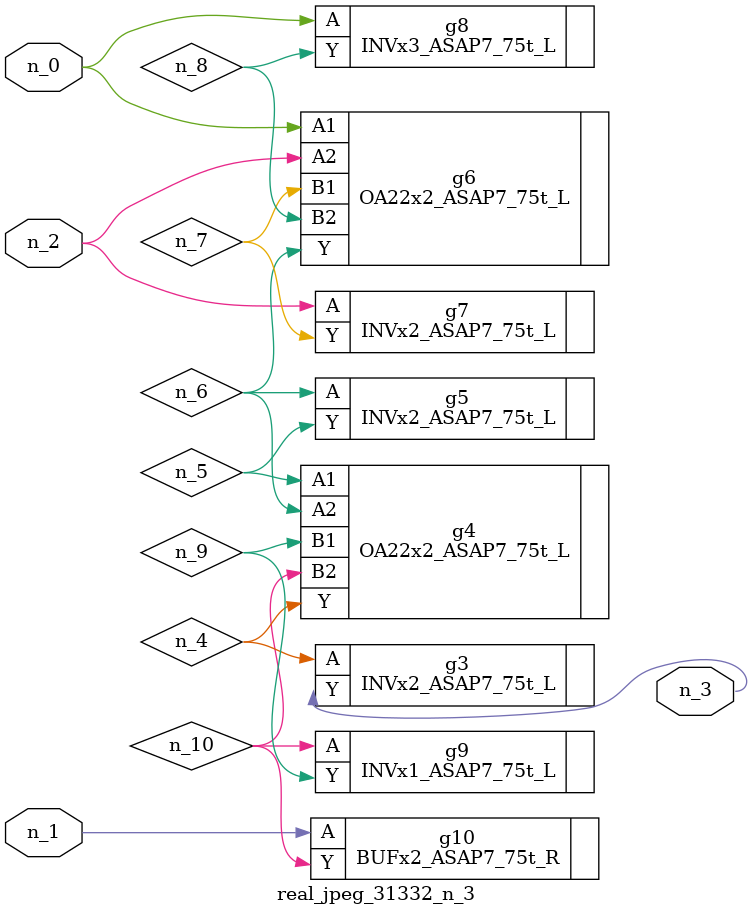
<source format=v>
module real_jpeg_31332_n_3 (n_1, n_0, n_2, n_3);

input n_1;
input n_0;
input n_2;

output n_3;

wire n_5;
wire n_8;
wire n_4;
wire n_6;
wire n_7;
wire n_10;
wire n_9;

OA22x2_ASAP7_75t_L g6 ( 
.A1(n_0),
.A2(n_2),
.B1(n_7),
.B2(n_8),
.Y(n_6)
);

INVx3_ASAP7_75t_L g8 ( 
.A(n_0),
.Y(n_8)
);

BUFx2_ASAP7_75t_R g10 ( 
.A(n_1),
.Y(n_10)
);

INVx2_ASAP7_75t_L g7 ( 
.A(n_2),
.Y(n_7)
);

INVx2_ASAP7_75t_L g3 ( 
.A(n_4),
.Y(n_3)
);

OA22x2_ASAP7_75t_L g4 ( 
.A1(n_5),
.A2(n_6),
.B1(n_9),
.B2(n_10),
.Y(n_4)
);

INVx2_ASAP7_75t_L g5 ( 
.A(n_6),
.Y(n_5)
);

INVx1_ASAP7_75t_L g9 ( 
.A(n_10),
.Y(n_9)
);


endmodule
</source>
